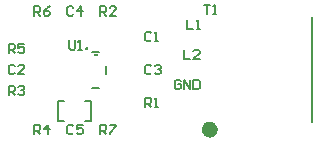
<source format=gto>
G04*
G04 #@! TF.GenerationSoftware,Altium Limited,Altium Designer,18.1.7 (191)*
G04*
G04 Layer_Color=65535*
%FSLAX24Y24*%
%MOIN*%
G70*
G01*
G75*
%ADD10C,0.0394*%
%ADD11C,0.0100*%
%ADD12C,0.0060*%
%ADD13C,0.0079*%
%ADD14C,0.0070*%
D10*
X17571Y11300D02*
G03*
X17571Y11300I-71J0D01*
G01*
D11*
X13410Y14000D02*
G03*
X13409Y13997I-10J0D01*
G01*
D12*
X13651Y13791D02*
G03*
X13749Y13791I49J109D01*
G01*
X13581Y12700D02*
X13819D01*
X14045Y13167D02*
Y13433D01*
X13581Y13900D02*
X13819D01*
D13*
X20900Y11550D02*
Y15050D01*
D14*
X13350Y11600D02*
X13550D01*
Y12250D01*
X13350D02*
X13550D01*
X12450Y11600D02*
X12650D01*
X12450D02*
Y12250D01*
X12650D01*
X16540Y12912D02*
X16488Y12965D01*
X16383D01*
X16330Y12912D01*
Y12702D01*
X16383Y12650D01*
X16488D01*
X16540Y12702D01*
Y12807D01*
X16435D01*
X16645Y12650D02*
Y12965D01*
X16855Y12650D01*
Y12965D01*
X16960D02*
Y12650D01*
X17117D01*
X17170Y12702D01*
Y12912D01*
X17117Y12965D01*
X16960D01*
X16750Y14965D02*
Y14650D01*
X16960D01*
X17065D02*
X17170D01*
X17117D01*
Y14965D01*
X17065Y14912D01*
X16645Y13965D02*
Y13650D01*
X16855D01*
X17170D02*
X16960D01*
X17170Y13860D01*
Y13912D01*
X17117Y13965D01*
X17012D01*
X16960Y13912D01*
X17300Y15465D02*
X17510D01*
X17405D01*
Y15150D01*
X17615D02*
X17720D01*
X17667D01*
Y15465D01*
X17615Y15412D01*
X12810Y14274D02*
Y14012D01*
X12862Y13960D01*
X12967D01*
X13020Y14012D01*
Y14274D01*
X13125Y13960D02*
X13229D01*
X13177D01*
Y14274D01*
X13125Y14222D01*
X13850Y11150D02*
Y11465D01*
X14007D01*
X14060Y11412D01*
Y11307D01*
X14007Y11255D01*
X13850D01*
X13955D02*
X14060Y11150D01*
X14165Y11465D02*
X14375D01*
Y11412D01*
X14165Y11202D01*
Y11150D01*
X11650Y15100D02*
Y15415D01*
X11807D01*
X11860Y15362D01*
Y15257D01*
X11807Y15205D01*
X11650D01*
X11755D02*
X11860Y15100D01*
X12175Y15415D02*
X12070Y15362D01*
X11965Y15257D01*
Y15152D01*
X12017Y15100D01*
X12122D01*
X12175Y15152D01*
Y15205D01*
X12122Y15257D01*
X11965D01*
X10800Y13850D02*
Y14165D01*
X10957D01*
X11010Y14112D01*
Y14007D01*
X10957Y13955D01*
X10800D01*
X10905D02*
X11010Y13850D01*
X11325Y14165D02*
X11115D01*
Y14007D01*
X11220Y14060D01*
X11272D01*
X11325Y14007D01*
Y13902D01*
X11272Y13850D01*
X11167D01*
X11115Y13902D01*
X11650Y11150D02*
Y11465D01*
X11807D01*
X11860Y11412D01*
Y11307D01*
X11807Y11255D01*
X11650D01*
X11755D02*
X11860Y11150D01*
X12122D02*
Y11465D01*
X11965Y11307D01*
X12175D01*
X10800Y12450D02*
Y12765D01*
X10957D01*
X11010Y12712D01*
Y12607D01*
X10957Y12555D01*
X10800D01*
X10905D02*
X11010Y12450D01*
X11115Y12712D02*
X11167Y12765D01*
X11272D01*
X11325Y12712D01*
Y12660D01*
X11272Y12607D01*
X11220D01*
X11272D01*
X11325Y12555D01*
Y12502D01*
X11272Y12450D01*
X11167D01*
X11115Y12502D01*
X13850Y15100D02*
Y15415D01*
X14007D01*
X14060Y15362D01*
Y15257D01*
X14007Y15205D01*
X13850D01*
X13955D02*
X14060Y15100D01*
X14375D02*
X14165D01*
X14375Y15310D01*
Y15362D01*
X14322Y15415D01*
X14217D01*
X14165Y15362D01*
X15350Y12050D02*
Y12365D01*
X15507D01*
X15560Y12312D01*
Y12207D01*
X15507Y12155D01*
X15350D01*
X15455D02*
X15560Y12050D01*
X15665D02*
X15770D01*
X15717D01*
Y12365D01*
X15665Y12312D01*
X12960Y11412D02*
X12907Y11465D01*
X12802D01*
X12750Y11412D01*
Y11202D01*
X12802Y11150D01*
X12907D01*
X12960Y11202D01*
X13275Y11465D02*
X13065D01*
Y11307D01*
X13170Y11360D01*
X13222D01*
X13275Y11307D01*
Y11202D01*
X13222Y11150D01*
X13117D01*
X13065Y11202D01*
X12960Y15362D02*
X12907Y15415D01*
X12802D01*
X12750Y15362D01*
Y15152D01*
X12802Y15100D01*
X12907D01*
X12960Y15152D01*
X13222Y15100D02*
Y15415D01*
X13065Y15257D01*
X13275D01*
X15560Y13412D02*
X15507Y13465D01*
X15402D01*
X15350Y13412D01*
Y13202D01*
X15402Y13150D01*
X15507D01*
X15560Y13202D01*
X15665Y13412D02*
X15717Y13465D01*
X15822D01*
X15875Y13412D01*
Y13360D01*
X15822Y13307D01*
X15770D01*
X15822D01*
X15875Y13255D01*
Y13202D01*
X15822Y13150D01*
X15717D01*
X15665Y13202D01*
X11010Y13412D02*
X10957Y13465D01*
X10852D01*
X10800Y13412D01*
Y13202D01*
X10852Y13150D01*
X10957D01*
X11010Y13202D01*
X11325Y13150D02*
X11115D01*
X11325Y13360D01*
Y13412D01*
X11272Y13465D01*
X11167D01*
X11115Y13412D01*
X15560Y14512D02*
X15507Y14565D01*
X15402D01*
X15350Y14512D01*
Y14302D01*
X15402Y14250D01*
X15507D01*
X15560Y14302D01*
X15665Y14250D02*
X15770D01*
X15717D01*
Y14565D01*
X15665Y14512D01*
M02*

</source>
